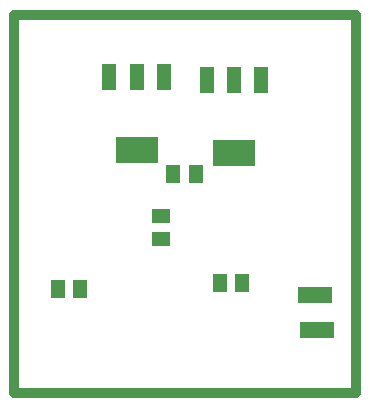
<source format=gtp>
G75*
%MOIN*%
%OFA0B0*%
%FSLAX25Y25*%
%IPPOS*%
%LPD*%
%AMOC8*
5,1,8,0,0,1.08239X$1,22.5*
%
%ADD10C,0.03200*%
%ADD11R,0.05906X0.05118*%
%ADD12R,0.04800X0.08800*%
%ADD13R,0.14173X0.08661*%
%ADD14R,0.05118X0.06299*%
%ADD15R,0.05118X0.05906*%
%ADD16R,0.11811X0.05354*%
D10*
X0002600Y0002600D02*
X0116773Y0002600D01*
X0116773Y0128584D01*
X0002600Y0128584D01*
X0002600Y0002600D01*
D11*
X0051600Y0053860D03*
X0051600Y0061340D03*
D12*
X0067000Y0106800D03*
X0076100Y0106800D03*
X0085200Y0106800D03*
X0052700Y0107800D03*
X0043600Y0107800D03*
X0034500Y0107800D03*
D13*
X0043600Y0083399D03*
X0076100Y0082399D03*
D14*
X0063340Y0075600D03*
X0055860Y0075600D03*
X0024840Y0037100D03*
X0017360Y0037100D03*
D15*
X0071360Y0039100D03*
X0078840Y0039100D03*
D16*
X0103100Y0035100D03*
X0103600Y0023600D03*
M02*

</source>
